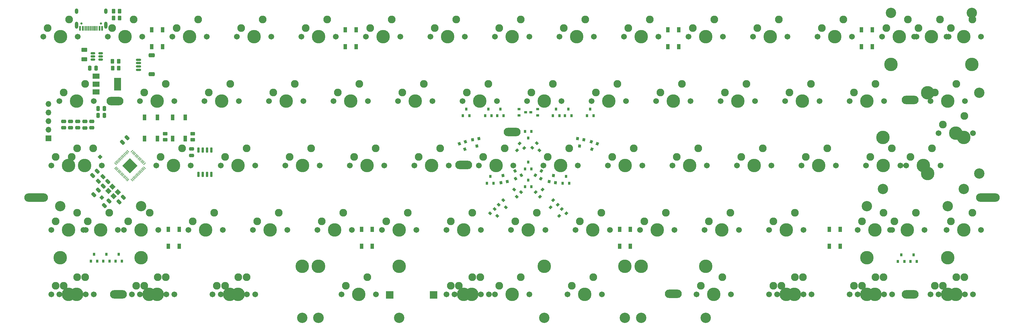
<source format=gbr>
G04 #@! TF.GenerationSoftware,KiCad,Pcbnew,(6.0.7)*
G04 #@! TF.CreationDate,2022-09-06T15:46:34+02:00*
G04 #@! TF.ProjectId,plain60-flex-edition,706c6169-6e36-4302-9d66-6c65782d6564,rev?*
G04 #@! TF.SameCoordinates,Original*
G04 #@! TF.FileFunction,Soldermask,Bot*
G04 #@! TF.FilePolarity,Negative*
%FSLAX46Y46*%
G04 Gerber Fmt 4.6, Leading zero omitted, Abs format (unit mm)*
G04 Created by KiCad (PCBNEW (6.0.7)) date 2022-09-06 15:46:34*
%MOMM*%
%LPD*%
G01*
G04 APERTURE LIST*
G04 Aperture macros list*
%AMRoundRect*
0 Rectangle with rounded corners*
0 $1 Rounding radius*
0 $2 $3 $4 $5 $6 $7 $8 $9 X,Y pos of 4 corners*
0 Add a 4 corners polygon primitive as box body*
4,1,4,$2,$3,$4,$5,$6,$7,$8,$9,$2,$3,0*
0 Add four circle primitives for the rounded corners*
1,1,$1+$1,$2,$3*
1,1,$1+$1,$4,$5*
1,1,$1+$1,$6,$7*
1,1,$1+$1,$8,$9*
0 Add four rect primitives between the rounded corners*
20,1,$1+$1,$2,$3,$4,$5,0*
20,1,$1+$1,$4,$5,$6,$7,0*
20,1,$1+$1,$6,$7,$8,$9,0*
20,1,$1+$1,$8,$9,$2,$3,0*%
%AMRotRect*
0 Rectangle, with rotation*
0 The origin of the aperture is its center*
0 $1 length*
0 $2 width*
0 $3 Rotation angle, in degrees counterclockwise*
0 Add horizontal line*
21,1,$1,$2,0,0,$3*%
G04 Aperture macros list end*
%ADD10C,1.701800*%
%ADD11C,3.987800*%
%ADD12C,2.286000*%
%ADD13C,3.048000*%
%ADD14O,7.000000X2.500000*%
%ADD15O,5.000000X2.500000*%
%ADD16RotRect,1.000000X1.000000X45.000000*%
%ADD17R,0.800000X0.900000*%
%ADD18RoundRect,0.250000X-0.262500X-0.450000X0.262500X-0.450000X0.262500X0.450000X-0.262500X0.450000X0*%
%ADD19R,1.000000X1.700000*%
%ADD20RoundRect,0.250000X-0.159099X0.512652X-0.512652X0.159099X0.159099X-0.512652X0.512652X-0.159099X0*%
%ADD21RotRect,0.900000X0.800000X120.000000*%
%ADD22RotRect,0.900000X0.800000X250.000000*%
%ADD23RoundRect,0.250000X0.250000X0.475000X-0.250000X0.475000X-0.250000X-0.475000X0.250000X-0.475000X0*%
%ADD24RotRect,0.900000X0.800000X225.000000*%
%ADD25R,1.000000X1.600000*%
%ADD26RoundRect,0.250000X0.159099X-0.512652X0.512652X-0.159099X-0.159099X0.512652X-0.512652X0.159099X0*%
%ADD27RotRect,0.900000X0.800000X60.000000*%
%ADD28RoundRect,0.250000X-0.450000X0.262500X-0.450000X-0.262500X0.450000X-0.262500X0.450000X0.262500X0*%
%ADD29RotRect,0.900000X0.800000X280.000000*%
%ADD30RotRect,0.900000X0.800000X315.000000*%
%ADD31RoundRect,0.250000X0.450000X-0.262500X0.450000X0.262500X-0.450000X0.262500X-0.450000X-0.262500X0*%
%ADD32R,0.900000X0.800000*%
%ADD33RotRect,0.900000X0.800000X45.000000*%
%ADD34RotRect,0.900000X0.800000X260.000000*%
%ADD35RotRect,1.400000X1.200000X315.000000*%
%ADD36RotRect,0.900000X0.800000X290.000000*%
%ADD37R,1.700000X1.700000*%
%ADD38O,1.700000X1.700000*%
%ADD39RoundRect,0.150000X-0.150000X0.650000X-0.150000X-0.650000X0.150000X-0.650000X0.150000X0.650000X0*%
%ADD40RoundRect,0.150000X-0.625000X0.150000X-0.625000X-0.150000X0.625000X-0.150000X0.625000X0.150000X0*%
%ADD41RoundRect,0.250000X-0.650000X0.350000X-0.650000X-0.350000X0.650000X-0.350000X0.650000X0.350000X0*%
%ADD42RoundRect,0.250000X0.475000X-0.250000X0.475000X0.250000X-0.475000X0.250000X-0.475000X-0.250000X0*%
%ADD43R,2.000000X1.500000*%
%ADD44R,2.000000X3.800000*%
%ADD45RoundRect,0.250000X-0.625000X0.375000X-0.625000X-0.375000X0.625000X-0.375000X0.625000X0.375000X0*%
%ADD46RoundRect,0.050000X0.309359X-0.238649X-0.238649X0.309359X-0.309359X0.238649X0.238649X-0.309359X0*%
%ADD47RoundRect,0.050000X0.309359X0.238649X0.238649X0.309359X-0.309359X-0.238649X-0.238649X-0.309359X0*%
%ADD48RoundRect,0.144000X2.059095X0.000000X0.000000X2.059095X-2.059095X0.000000X0.000000X-2.059095X0*%
%ADD49RoundRect,0.150000X0.512500X0.150000X-0.512500X0.150000X-0.512500X-0.150000X0.512500X-0.150000X0*%
%ADD50RotRect,0.900000X0.800000X100.000000*%
%ADD51RoundRect,0.250000X-0.132583X0.503814X-0.503814X0.132583X0.132583X-0.503814X0.503814X-0.132583X0*%
%ADD52C,0.650000*%
%ADD53R,0.600000X1.450000*%
%ADD54R,0.300000X1.450000*%
%ADD55O,1.000000X1.600000*%
%ADD56O,1.000000X2.100000*%
%ADD57RotRect,0.900000X0.800000X135.000000*%
%ADD58RotRect,0.900000X0.800000X80.000000*%
%ADD59R,2.300000X2.300000*%
G04 APERTURE END LIST*
D10*
X71120000Y-28575000D03*
X81280000Y-28575000D03*
D11*
X76200000Y-28575000D03*
D12*
X78740000Y-23495000D03*
X72390000Y-26035000D03*
D10*
X90170000Y-28575000D03*
X100330000Y-28575000D03*
D11*
X95250000Y-28575000D03*
D12*
X97790000Y-23495000D03*
X91440000Y-26035000D03*
D10*
X157480000Y-28575000D03*
X147320000Y-28575000D03*
D11*
X152400000Y-28575000D03*
D12*
X154940000Y-23495000D03*
X148590000Y-26035000D03*
D11*
X171450000Y-28575000D03*
D10*
X176530000Y-28575000D03*
X166370000Y-28575000D03*
D12*
X173990000Y-23495000D03*
X167640000Y-26035000D03*
D11*
X38100000Y-28575000D03*
D10*
X33020000Y-28575000D03*
X43180000Y-28575000D03*
D12*
X40640000Y-23495000D03*
X34290000Y-26035000D03*
D10*
X128270000Y-28575000D03*
X138430000Y-28575000D03*
D11*
X133350000Y-28575000D03*
D12*
X135890000Y-23495000D03*
X129540000Y-26035000D03*
D11*
X114300000Y-28575000D03*
D10*
X109220000Y-28575000D03*
X119380000Y-28575000D03*
D12*
X116840000Y-23495000D03*
X110490000Y-26035000D03*
D10*
X52070000Y-28575000D03*
X62230000Y-28575000D03*
D11*
X57150000Y-28575000D03*
D12*
X59690000Y-23495000D03*
X53340000Y-26035000D03*
D11*
X14287500Y-28575000D03*
D10*
X9207500Y-28575000D03*
X19367500Y-28575000D03*
D12*
X16827500Y-23495000D03*
X10477500Y-26035000D03*
D13*
X254762000Y-2540000D03*
D11*
X266700000Y-9525000D03*
D13*
X278638000Y-2540000D03*
D10*
X261620000Y-9525000D03*
D11*
X278638000Y-17780000D03*
X254762000Y-17780000D03*
D10*
X271780000Y-9525000D03*
D12*
X269240000Y-4445000D03*
X262890000Y-6985000D03*
D10*
X147955000Y-9525000D03*
X137795000Y-9525000D03*
D11*
X142875000Y-9525000D03*
D12*
X145415000Y-4445000D03*
X139065000Y-6985000D03*
D10*
X186055000Y-9525000D03*
X175895000Y-9525000D03*
D11*
X180975000Y-9525000D03*
D12*
X183515000Y-4445000D03*
X177165000Y-6985000D03*
D11*
X257175000Y-9525000D03*
D10*
X252095000Y-9525000D03*
X262255000Y-9525000D03*
D12*
X259715000Y-4445000D03*
X253365000Y-6985000D03*
D10*
X80645000Y-9525000D03*
D11*
X85725000Y-9525000D03*
D10*
X90805000Y-9525000D03*
D12*
X88265000Y-4445000D03*
X81915000Y-6985000D03*
D10*
X233045000Y-9525000D03*
D11*
X238125000Y-9525000D03*
D10*
X243205000Y-9525000D03*
D12*
X240665000Y-4445000D03*
X234315000Y-6985000D03*
D11*
X219075000Y-9525000D03*
D10*
X224155000Y-9525000D03*
X213995000Y-9525000D03*
D12*
X221615000Y-4445000D03*
X215265000Y-6985000D03*
D10*
X205105000Y-9525000D03*
D11*
X200025000Y-9525000D03*
D10*
X194945000Y-9525000D03*
D12*
X202565000Y-4445000D03*
X196215000Y-6985000D03*
D10*
X167005000Y-9525000D03*
X156845000Y-9525000D03*
D11*
X161925000Y-9525000D03*
D12*
X164465000Y-4445000D03*
X158115000Y-6985000D03*
D10*
X128905000Y-9525000D03*
D11*
X123825000Y-9525000D03*
D10*
X118745000Y-9525000D03*
D12*
X126365000Y-4445000D03*
X120015000Y-6985000D03*
D11*
X104775000Y-9525000D03*
D10*
X99695000Y-9525000D03*
X109855000Y-9525000D03*
D12*
X107315000Y-4445000D03*
X100965000Y-6985000D03*
D10*
X71755000Y-9525000D03*
D11*
X66675000Y-9525000D03*
D10*
X61595000Y-9525000D03*
D12*
X69215000Y-4445000D03*
X62865000Y-6985000D03*
D10*
X33655000Y-9525000D03*
X23495000Y-9525000D03*
D11*
X28575000Y-9525000D03*
D12*
X31115000Y-4445000D03*
X24765000Y-6985000D03*
D11*
X9525000Y-9525000D03*
D10*
X4445000Y-9525000D03*
X14605000Y-9525000D03*
D12*
X12065000Y-4445000D03*
X5715000Y-6985000D03*
D11*
X47625000Y-9525000D03*
D10*
X42545000Y-9525000D03*
X52705000Y-9525000D03*
D12*
X50165000Y-4445000D03*
X43815000Y-6985000D03*
D10*
X43180000Y-85725000D03*
D11*
X38100000Y-85725000D03*
D10*
X33020000Y-85725000D03*
D12*
X40640000Y-80645000D03*
X34290000Y-83185000D03*
D10*
X197326250Y-85725000D03*
D11*
X202406250Y-85725000D03*
D10*
X207486250Y-85725000D03*
D12*
X204946250Y-80645000D03*
X198596250Y-83185000D03*
D10*
X152717500Y-66675000D03*
X142557500Y-66675000D03*
D11*
X147637500Y-66675000D03*
D12*
X150177500Y-61595000D03*
X143827500Y-64135000D03*
D10*
X244951460Y-66675056D03*
X255111460Y-66675056D03*
D11*
X250031460Y-66675056D03*
D12*
X252571460Y-61595056D03*
X246221460Y-64135056D03*
D10*
X16986250Y-47625000D03*
X6826250Y-47625000D03*
D11*
X11906250Y-47625000D03*
D12*
X14446250Y-42545000D03*
X8096250Y-45085000D03*
D11*
X223837500Y-66675000D03*
D10*
X228917500Y-66675000D03*
X218757500Y-66675000D03*
D12*
X226377500Y-61595000D03*
X220027500Y-64135000D03*
D10*
X171767500Y-66675000D03*
D11*
X166687500Y-66675000D03*
D10*
X161607500Y-66675000D03*
D12*
X169227500Y-61595000D03*
X162877500Y-64135000D03*
D10*
X209867500Y-66675000D03*
D11*
X204787500Y-66675000D03*
D10*
X199707500Y-66675000D03*
D12*
X207327500Y-61595000D03*
X200977500Y-64135000D03*
D10*
X123507500Y-66675000D03*
D11*
X128587500Y-66675000D03*
D10*
X133667500Y-66675000D03*
D12*
X131127500Y-61595000D03*
X124777500Y-64135000D03*
D10*
X190817500Y-66675000D03*
D11*
X185737500Y-66675000D03*
D10*
X180657500Y-66675000D03*
D12*
X188277500Y-61595000D03*
X181927500Y-64135000D03*
D10*
X19367500Y-85725000D03*
X9207500Y-85725000D03*
D11*
X14287500Y-85725000D03*
D12*
X16827500Y-80645000D03*
X10477500Y-83185000D03*
D10*
X6826250Y-66675000D03*
X16986250Y-66675000D03*
D11*
X11906250Y-66675000D03*
D12*
X14446250Y-61595000D03*
X8096250Y-64135000D03*
D11*
X276225000Y-9525000D03*
D10*
X271145000Y-9525000D03*
X281305000Y-9525000D03*
D12*
X278765000Y-4445000D03*
X272415000Y-6985000D03*
D10*
X268763750Y-85725072D03*
X278923750Y-85725072D03*
D11*
X273843750Y-85725072D03*
D12*
X276383750Y-80645072D03*
X270033750Y-83185072D03*
D10*
X255111250Y-85725000D03*
D11*
X250031250Y-85725000D03*
D10*
X244951250Y-85725000D03*
D12*
X252571250Y-80645000D03*
X246221250Y-83185000D03*
D10*
X252730000Y-28575000D03*
X242570000Y-28575000D03*
D11*
X247650000Y-28575000D03*
D12*
X250190000Y-23495000D03*
X243840000Y-26035000D03*
D10*
X47307500Y-66675000D03*
D11*
X52387500Y-66675000D03*
D10*
X57467500Y-66675000D03*
D12*
X54927500Y-61595000D03*
X48577500Y-64135000D03*
D10*
X195580000Y-28575000D03*
D11*
X190500000Y-28575000D03*
D10*
X185420000Y-28575000D03*
D12*
X193040000Y-23495000D03*
X186690000Y-26035000D03*
D10*
X124142500Y-47625000D03*
D11*
X119062500Y-47625000D03*
D10*
X113982500Y-47625000D03*
D12*
X121602500Y-42545000D03*
X115252500Y-45085000D03*
D10*
X66992500Y-47625000D03*
X56832500Y-47625000D03*
D11*
X61912500Y-47625000D03*
D12*
X64452500Y-42545000D03*
X58102500Y-45085000D03*
D10*
X54451250Y-85725000D03*
X64611250Y-85725000D03*
D11*
X59531250Y-85725000D03*
D12*
X62071250Y-80645000D03*
X55721250Y-83185000D03*
D13*
X252380750Y-54610000D03*
D10*
X269398750Y-47625000D03*
D11*
X276256750Y-39370000D03*
D13*
X276256750Y-54610000D03*
D11*
X264318750Y-47625000D03*
D10*
X259238750Y-47625000D03*
D11*
X252380750Y-39370000D03*
D12*
X266858750Y-42545000D03*
X260508750Y-45085000D03*
D10*
X231298750Y-85725000D03*
X221138750Y-85725000D03*
D11*
X226218750Y-85725000D03*
D12*
X228758750Y-80645000D03*
X222408750Y-83185000D03*
D10*
X271145000Y-66675000D03*
D11*
X276225000Y-66675000D03*
D10*
X281305000Y-66675000D03*
D12*
X278765000Y-61595000D03*
X272415000Y-64135000D03*
D10*
X171132500Y-47625000D03*
X181292500Y-47625000D03*
D11*
X176212500Y-47625000D03*
D12*
X178752500Y-42545000D03*
X172402500Y-45085000D03*
D10*
X16986250Y-85725000D03*
D11*
X11906250Y-85725000D03*
D10*
X6826250Y-85725000D03*
D12*
X14446250Y-80645000D03*
X8096250Y-83185000D03*
D11*
X271462500Y-28575000D03*
D10*
X266382500Y-28575000D03*
X276542500Y-28575000D03*
D12*
X274002500Y-23495000D03*
X267652500Y-26035000D03*
D10*
X223520000Y-28575000D03*
X233680000Y-28575000D03*
D11*
X228600000Y-28575000D03*
D12*
X231140000Y-23495000D03*
X224790000Y-26035000D03*
D10*
X56832500Y-85725000D03*
D11*
X61912500Y-85725000D03*
D10*
X66992500Y-85725000D03*
D12*
X64452500Y-80645000D03*
X58102500Y-83185000D03*
D10*
X85407500Y-66675000D03*
X95567500Y-66675000D03*
D11*
X90487500Y-66675000D03*
D12*
X93027500Y-61595000D03*
X86677500Y-64135000D03*
D10*
X86042500Y-47625000D03*
X75882500Y-47625000D03*
D11*
X80962500Y-47625000D03*
D12*
X83502500Y-42545000D03*
X77152500Y-45085000D03*
D11*
X33337500Y-66675000D03*
D10*
X38417500Y-66675000D03*
X28257500Y-66675000D03*
D12*
X35877500Y-61595000D03*
X29527500Y-64135000D03*
D11*
X252412500Y-47625000D03*
D10*
X257492500Y-47625000D03*
X247332500Y-47625000D03*
D12*
X254952500Y-42545000D03*
X248602500Y-45085000D03*
D11*
X157162500Y-47625000D03*
D10*
X162242500Y-47625000D03*
X152082500Y-47625000D03*
D12*
X159702500Y-42545000D03*
X153352500Y-45085000D03*
D10*
X94932500Y-47625000D03*
D11*
X100012500Y-47625000D03*
D10*
X105092500Y-47625000D03*
D12*
X102552500Y-42545000D03*
X96202500Y-45085000D03*
D10*
X47942500Y-47625000D03*
D11*
X42862500Y-47625000D03*
D10*
X37782500Y-47625000D03*
D12*
X45402500Y-42545000D03*
X39052500Y-45085000D03*
D10*
X190182500Y-47625000D03*
D11*
X195262500Y-47625000D03*
D10*
X200342500Y-47625000D03*
D12*
X197802500Y-42545000D03*
X191452500Y-45085000D03*
D13*
X33369250Y-59690000D03*
D11*
X33369250Y-74930000D03*
D13*
X9493250Y-59690000D03*
D10*
X16351250Y-66675000D03*
D11*
X21431250Y-66675000D03*
D10*
X26511250Y-66675000D03*
D11*
X9493250Y-74930000D03*
D12*
X23971250Y-61595000D03*
X17621250Y-64135000D03*
D10*
X228282500Y-47625000D03*
X238442500Y-47625000D03*
D11*
X233362500Y-47625000D03*
D12*
X235902500Y-42545000D03*
X229552500Y-45085000D03*
D11*
X214312500Y-47625000D03*
D10*
X209232500Y-47625000D03*
X219392500Y-47625000D03*
D12*
X216852500Y-42545000D03*
X210502500Y-45085000D03*
D10*
X204470000Y-28575000D03*
D11*
X209550000Y-28575000D03*
D10*
X214630000Y-28575000D03*
D12*
X212090000Y-23495000D03*
X205740000Y-26035000D03*
D10*
X143192500Y-47625000D03*
X133032500Y-47625000D03*
D11*
X138112500Y-47625000D03*
D12*
X140652500Y-42545000D03*
X134302500Y-45085000D03*
D11*
X16668750Y-47625000D03*
D10*
X11588750Y-47625000D03*
X21748750Y-47625000D03*
D12*
X19208750Y-42545000D03*
X12858750Y-45085000D03*
D11*
X109537500Y-66675000D03*
D10*
X114617500Y-66675000D03*
X104457500Y-66675000D03*
D12*
X112077500Y-61595000D03*
X105727500Y-64135000D03*
D10*
X242570000Y-85725000D03*
X252730000Y-85725000D03*
D11*
X247650000Y-85725000D03*
D12*
X250190000Y-80645000D03*
X243840000Y-83185000D03*
D11*
X35718750Y-85725000D03*
D10*
X40798750Y-85725000D03*
X30638750Y-85725000D03*
D12*
X38258750Y-80645000D03*
X31908750Y-83185000D03*
D10*
X66357500Y-66675000D03*
D11*
X71437500Y-66675000D03*
D10*
X76517500Y-66675000D03*
D12*
X73977500Y-61595000D03*
X67627500Y-64135000D03*
D10*
X218757500Y-85725000D03*
X228917500Y-85725000D03*
D11*
X223837500Y-85725000D03*
D12*
X226377500Y-80645000D03*
X220027500Y-83185000D03*
D10*
X276542728Y-85725072D03*
D11*
X271462728Y-85725072D03*
D10*
X266382728Y-85725072D03*
D12*
X274002728Y-80645072D03*
X267652728Y-83185072D03*
D14*
X2381252Y-57125000D03*
X283368988Y-57125000D03*
D11*
X247618468Y-74930000D03*
X271494468Y-74930000D03*
D13*
X271494468Y-59690000D03*
D10*
X264636468Y-66675000D03*
X254476468Y-66675000D03*
D11*
X259556468Y-66675000D03*
D13*
X247618468Y-59690000D03*
D12*
X262096468Y-61595000D03*
X255746468Y-64135000D03*
D13*
X181006750Y-92710000D03*
X80930750Y-92710000D03*
D10*
X136048750Y-85725000D03*
X125888750Y-85725000D03*
D11*
X181006750Y-77470000D03*
X80930750Y-77470000D03*
X130968750Y-85725000D03*
D12*
X133508750Y-80645000D03*
X127158750Y-83185000D03*
D15*
X26625000Y-85725072D03*
X142875000Y-37750000D03*
X260430000Y-85725072D03*
X260425000Y-28227050D03*
X25600000Y-28575024D03*
X128587608Y-47425040D03*
X190500160Y-85525000D03*
D11*
X85693250Y-77470000D03*
D13*
X85693250Y-92710000D03*
X200056750Y-92710000D03*
D10*
X147955000Y-85725000D03*
D11*
X142875000Y-85725000D03*
D10*
X137795000Y-85725000D03*
D11*
X200056750Y-77470000D03*
D12*
X145415000Y-80645000D03*
X139065000Y-83185000D03*
D10*
X268760000Y-38080000D03*
D11*
X273840000Y-38080000D03*
D13*
X280825000Y-26142000D03*
D10*
X278920000Y-38080000D03*
D11*
X265585000Y-26142000D03*
X265585000Y-50018000D03*
D13*
X280825000Y-50018000D03*
D12*
X276380000Y-33000000D03*
X270030000Y-35540000D03*
D16*
X21265000Y-45124750D03*
D10*
X92551250Y-85725000D03*
D11*
X97631250Y-85725000D03*
D10*
X102711250Y-85725000D03*
D12*
X100171250Y-80645000D03*
X93821250Y-83185000D03*
D13*
X152406250Y-92710000D03*
X176206250Y-92710000D03*
D11*
X176206250Y-77470000D03*
X152406250Y-77470000D03*
D10*
X159226250Y-85725000D03*
X169386250Y-85725000D03*
D11*
X164306250Y-85725000D03*
D12*
X166846250Y-80645000D03*
X160496250Y-83185000D03*
D11*
X109531250Y-77470000D03*
X85731250Y-77470000D03*
D13*
X109531250Y-92710000D03*
X85731250Y-92710000D03*
D10*
X123507500Y-85725000D03*
D11*
X128587500Y-85725000D03*
D10*
X133667500Y-85725000D03*
D12*
X131127500Y-80645000D03*
X124777500Y-83185000D03*
D17*
X258700000Y-76010000D03*
X256800000Y-76010000D03*
X257750000Y-74010000D03*
D18*
X25176787Y-2000061D03*
X27001787Y-2000061D03*
D19*
X34390000Y-39680000D03*
X34390000Y-33380000D03*
X38190000Y-33380000D03*
X38190000Y-39680000D03*
D20*
X23501751Y-52378249D03*
X22158249Y-53721751D03*
D17*
X146690000Y-37530000D03*
X148590000Y-37530000D03*
X147640000Y-39530000D03*
D21*
X145562724Y-50531025D03*
X143917276Y-51481025D03*
X143740000Y-49273975D03*
D22*
X166259312Y-40585388D03*
X168044728Y-41235227D03*
X166467980Y-42789693D03*
D16*
X21700000Y-57110000D03*
D23*
X22540000Y-30750000D03*
X20640000Y-30750000D03*
D17*
X137380000Y-52860000D03*
X135480000Y-52860000D03*
X136430000Y-50860000D03*
D24*
X157540355Y-60455892D03*
X158883858Y-61799395D03*
X156797893Y-62541857D03*
D25*
X239740000Y-71520061D03*
X236540000Y-71520061D03*
X236540000Y-66520061D03*
X239740000Y-66520061D03*
D19*
X42610000Y-39700000D03*
X42610000Y-33400000D03*
X46410000Y-39700000D03*
X46410000Y-33400000D03*
D17*
X159730000Y-52860000D03*
X157830000Y-52860000D03*
X158780000Y-50860000D03*
D26*
X26778249Y-58341751D03*
X28121751Y-56998249D03*
D17*
X262370000Y-76010000D03*
X260470000Y-76010000D03*
X261420000Y-74010000D03*
D26*
X22518249Y-59441751D03*
X23861751Y-58098249D03*
D27*
X151392724Y-51481025D03*
X149747276Y-50531025D03*
X151570000Y-49273975D03*
D23*
X20070000Y-18800000D03*
X18170000Y-18800000D03*
D17*
X166915000Y-32934750D03*
X165015000Y-32934750D03*
X165965000Y-30934750D03*
D28*
X48580000Y-38217500D03*
X48580000Y-40042500D03*
D25*
X36500000Y-7500000D03*
X39700000Y-7500000D03*
X39700000Y-12500000D03*
X36500000Y-12500000D03*
D29*
X131180784Y-40030158D03*
X133051919Y-39700226D03*
X132463648Y-41834808D03*
D30*
X138931142Y-59254645D03*
X140274645Y-57911142D03*
X141017107Y-59997107D03*
D18*
X24906787Y-16770061D03*
X26731787Y-16770061D03*
D31*
X40420000Y-40032500D03*
X40420000Y-38207500D03*
D20*
X20361751Y-49288249D03*
X19018249Y-50631751D03*
D25*
X177809287Y-71520061D03*
X174609287Y-71520061D03*
X174609287Y-66520061D03*
X177809287Y-66520061D03*
D32*
X150425000Y-30924750D03*
X150425000Y-32824750D03*
X148425000Y-31874750D03*
D30*
X136386142Y-61809395D03*
X137729645Y-60465892D03*
X138472107Y-62551857D03*
D18*
X25196787Y-4060061D03*
X27021787Y-4060061D03*
D33*
X151144645Y-56818858D03*
X149801142Y-55475355D03*
X151887107Y-54732893D03*
D17*
X160415000Y-32934750D03*
X158515000Y-32934750D03*
X159465000Y-30934750D03*
D34*
X162228081Y-39700226D03*
X164099216Y-40030158D03*
X162816352Y-41834808D03*
D18*
X24916787Y-18800061D03*
X26741787Y-18800061D03*
D17*
X27680000Y-75890000D03*
X25780000Y-75890000D03*
X26730000Y-73890000D03*
D35*
X24893223Y-53921142D03*
X26448858Y-55476777D03*
X25246777Y-56678858D03*
X23691142Y-55123223D03*
D36*
X127325272Y-41235227D03*
X129110688Y-40585388D03*
X128902020Y-42789693D03*
D25*
X44570000Y-71520000D03*
X41370000Y-71520000D03*
X41370000Y-66520000D03*
X44570000Y-66520000D03*
D37*
X5960000Y-39590000D03*
D38*
X5960000Y-37050000D03*
X5960000Y-34510000D03*
X5960000Y-31970000D03*
X5960000Y-29430000D03*
D39*
X50265000Y-43050000D03*
X51535000Y-43050000D03*
X52805000Y-43050000D03*
X54075000Y-43050000D03*
X54075000Y-50250000D03*
X52805000Y-50250000D03*
X51535000Y-50250000D03*
X50265000Y-50250000D03*
D17*
X20420000Y-75900000D03*
X18520000Y-75900000D03*
X19470000Y-73900000D03*
D25*
X101620000Y-71520061D03*
X98420000Y-71520061D03*
X98420000Y-66520061D03*
X101620000Y-66520061D03*
D23*
X22540000Y-32780000D03*
X20640000Y-32780000D03*
D25*
X188900000Y-7500000D03*
X192100000Y-7500000D03*
X192100000Y-12500000D03*
X188900000Y-12500000D03*
D40*
X32585000Y-16354750D03*
X32585000Y-17354750D03*
X32585000Y-18354750D03*
X32585000Y-19354750D03*
D41*
X36460000Y-15054750D03*
X36460000Y-20654750D03*
D42*
X10470000Y-36490000D03*
X10470000Y-34590000D03*
X48240000Y-44640000D03*
X48240000Y-42740000D03*
X12540000Y-36490000D03*
X12540000Y-34590000D03*
D17*
X148600000Y-53910000D03*
X146700000Y-53910000D03*
X147650000Y-51910000D03*
D42*
X18780000Y-36490000D03*
X18780000Y-34590000D03*
X16700000Y-36500000D03*
X16700000Y-34600000D03*
D43*
X20070000Y-25850000D03*
X20070000Y-23550000D03*
D44*
X26370000Y-23550000D03*
D43*
X20070000Y-21250000D03*
D45*
X16589287Y-13390061D03*
X16589287Y-16190061D03*
D25*
X246050000Y-7510000D03*
X249250000Y-7510000D03*
X249250000Y-12510000D03*
X246050000Y-12510000D03*
D46*
X34319157Y-48272202D03*
X34036314Y-48555045D03*
X33753472Y-48837887D03*
X33470629Y-49120730D03*
X33187786Y-49403573D03*
X32904944Y-49686415D03*
X32622101Y-49969258D03*
X32339258Y-50252101D03*
X32056415Y-50534944D03*
X31773573Y-50817786D03*
X31490730Y-51100629D03*
X31207887Y-51383472D03*
X30925045Y-51666314D03*
X30642202Y-51949157D03*
D47*
X29457798Y-51949157D03*
X29174955Y-51666314D03*
X28892113Y-51383472D03*
X28609270Y-51100629D03*
X28326427Y-50817786D03*
X28043585Y-50534944D03*
X27760742Y-50252101D03*
X27477899Y-49969258D03*
X27195056Y-49686415D03*
X26912214Y-49403573D03*
X26629371Y-49120730D03*
X26346528Y-48837887D03*
X26063686Y-48555045D03*
X25780843Y-48272202D03*
D46*
X25780843Y-47087798D03*
X26063686Y-46804955D03*
X26346528Y-46522113D03*
X26629371Y-46239270D03*
X26912214Y-45956427D03*
X27195056Y-45673585D03*
X27477899Y-45390742D03*
X27760742Y-45107899D03*
X28043585Y-44825056D03*
X28326427Y-44542214D03*
X28609270Y-44259371D03*
X28892113Y-43976528D03*
X29174955Y-43693686D03*
X29457798Y-43410843D03*
D47*
X30642202Y-43410843D03*
X30925045Y-43693686D03*
X31207887Y-43976528D03*
X31490730Y-44259371D03*
X31773573Y-44542214D03*
X32056415Y-44825056D03*
X32339258Y-45107899D03*
X32622101Y-45390742D03*
X32904944Y-45673585D03*
X33187786Y-45956427D03*
X33470629Y-46239270D03*
X33753472Y-46522113D03*
X34036314Y-46804955D03*
X34319157Y-47087798D03*
D48*
X30050000Y-47680000D03*
D49*
X21386787Y-14400061D03*
X21386787Y-15350061D03*
X21386787Y-16300061D03*
X19111787Y-16300061D03*
X19111787Y-15350061D03*
X19111787Y-14400061D03*
D17*
X24060000Y-75900000D03*
X22160000Y-75900000D03*
X23110000Y-73900000D03*
X148580000Y-48620000D03*
X146680000Y-48620000D03*
X147630000Y-46620000D03*
D24*
X154975355Y-57911142D03*
X156318858Y-59254645D03*
X154232893Y-59997107D03*
D50*
X141429216Y-52359842D03*
X139558081Y-52689774D03*
X140146352Y-50555192D03*
D51*
X22035235Y-50954765D03*
X20744765Y-52245235D03*
D52*
X21469287Y-5640061D03*
X15689287Y-5640061D03*
D53*
X15329287Y-7085061D03*
X16129287Y-7085061D03*
D54*
X17329287Y-7085061D03*
X18329287Y-7085061D03*
X18829287Y-7085061D03*
X19829287Y-7085061D03*
D53*
X21029287Y-7085061D03*
X21829287Y-7085061D03*
X21829287Y-7085061D03*
X21029287Y-7085061D03*
D54*
X20329287Y-7085061D03*
X19329287Y-7085061D03*
X17829287Y-7085061D03*
X16829287Y-7085061D03*
D53*
X16129287Y-7085061D03*
X15329287Y-7085061D03*
D55*
X22899287Y-1990061D03*
D56*
X14259287Y-6170061D03*
X22899287Y-6170061D03*
D55*
X14259287Y-1990061D03*
D30*
X148831142Y-42404645D03*
X150174645Y-41061142D03*
X150917107Y-43147107D03*
D25*
X93650000Y-7500000D03*
X96850000Y-7500000D03*
X96850000Y-12500000D03*
X93650000Y-12500000D03*
D57*
X145558858Y-55475355D03*
X144215355Y-56818858D03*
X143472893Y-54732893D03*
D24*
X145115355Y-41091142D03*
X146458858Y-42434645D03*
X144372893Y-43177107D03*
D58*
X155701919Y-52689774D03*
X153830784Y-52359842D03*
X155113648Y-50555192D03*
D17*
X130275000Y-32930000D03*
X128375000Y-32930000D03*
X129325000Y-30930000D03*
D32*
X144905000Y-32824750D03*
X144905000Y-30924750D03*
X146905000Y-31874750D03*
D26*
X19388249Y-56251751D03*
X20731751Y-54908249D03*
X27848249Y-40751751D03*
X29191751Y-39408249D03*
D17*
X156835000Y-32934750D03*
X154935000Y-32934750D03*
X155885000Y-30934750D03*
D59*
X106730000Y-85900000D03*
X119730000Y-85900000D03*
D42*
X14610000Y-36490000D03*
X14610000Y-34590000D03*
D17*
X136795000Y-32924750D03*
X134895000Y-32924750D03*
X135845000Y-30924750D03*
X140385000Y-32924750D03*
X138485000Y-32924750D03*
X139435000Y-30924750D03*
M02*

</source>
